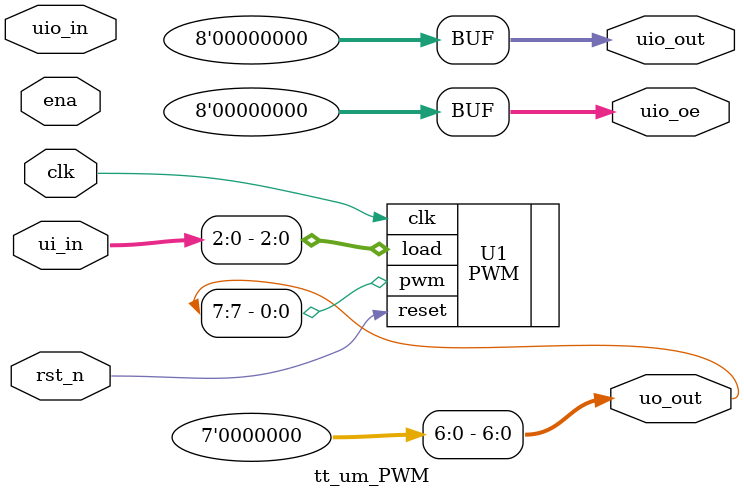
<source format=v>
/*
 * Copyright (c) 2024 Your Name
 * SPDX-License-Identifier: Apache-2.0
 */

`define default_netname none

module tt_um_PWM (
    input  wire [7:0] ui_in,    // Dedicated inputs
    output wire [7:0] uo_out,   // Dedicated outputs
    input  wire [7:0] uio_in,   // IOs: Input path
    output wire [7:0] uio_out,  // IOs: Output path
    output wire [7:0] uio_oe,   // IOs: Enable path (active high: 0=input, 1=output)
    input  wire       ena,      // will go high when the design is enabled
    input  wire       clk,      // clock
    input  wire       rst_n     // reset_n - low to reset
);

  // All output pins must be assigned. If not used, assign to 0.
  //assign uo_out  = ui_in + uio_in;  // Example: ou_out is the sum of ui_in and uio_in
  //assign uio_out = 0;
  //assign uio_oe  = 0;

    //BEGIN INSTANTIATION
    PWM U1 (.clk(clk), .reset(rst_n), .load(ui_in[2:0]), .pwm(uo_out[7]));

    assign uo_out[6:0] = 7'b0000000;
    assign uio_oe = 0;
    assign uio_out = 0;//
    

endmodule

</source>
